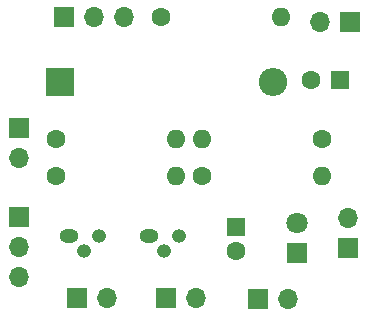
<source format=gbr>
%TF.GenerationSoftware,KiCad,Pcbnew,(5.1.7)-1*%
%TF.CreationDate,2020-10-22T11:01:39-05:00*%
%TF.ProjectId,Fuzz,46757a7a-2e6b-4696-9361-645f70636258,rev?*%
%TF.SameCoordinates,Original*%
%TF.FileFunction,Soldermask,Bot*%
%TF.FilePolarity,Negative*%
%FSLAX46Y46*%
G04 Gerber Fmt 4.6, Leading zero omitted, Abs format (unit mm)*
G04 Created by KiCad (PCBNEW (5.1.7)-1) date 2020-10-22 11:01:39*
%MOMM*%
%LPD*%
G01*
G04 APERTURE LIST*
%ADD10O,1.700000X1.700000*%
%ADD11R,1.700000X1.700000*%
%ADD12R,1.600000X1.600000*%
%ADD13C,1.600000*%
%ADD14R,2.400000X2.400000*%
%ADD15O,2.400000X2.400000*%
%ADD16R,1.800000X1.800000*%
%ADD17C,1.800000*%
%ADD18O,1.200000X1.200000*%
%ADD19O,1.600000X1.200000*%
%ADD20O,1.600000X1.600000*%
G04 APERTURE END LIST*
D10*
%TO.C,SW2*%
X138684000Y-108864400D03*
D11*
X136144000Y-108864400D03*
%TD*%
D10*
%TO.C,BT1*%
X123698000Y-97028000D03*
D11*
X123698000Y-94488000D03*
%TD*%
D12*
%TO.C,C1*%
X142113000Y-102870000D03*
D13*
X142113000Y-104870000D03*
%TD*%
D12*
%TO.C,C2*%
X150926800Y-90373200D03*
D13*
X148426800Y-90373200D03*
%TD*%
D14*
%TO.C,C3*%
X127205001Y-90555001D03*
D15*
X145205001Y-90555001D03*
%TD*%
D16*
%TO.C,D1*%
X147269200Y-105054400D03*
D17*
X147269200Y-102514400D03*
%TD*%
D10*
%TO.C,J1*%
X123698000Y-107061000D03*
X123698000Y-104521000D03*
D11*
X123698000Y-101981000D03*
%TD*%
%TO.C,J2*%
X151536400Y-104648000D03*
D10*
X151536400Y-102108000D03*
%TD*%
D11*
%TO.C,Pot1*%
X127508000Y-85090000D03*
D10*
X130048000Y-85090000D03*
X132588000Y-85090000D03*
%TD*%
%TO.C,Pot2*%
X149225000Y-85471000D03*
D11*
X151765000Y-85471000D03*
%TD*%
D18*
%TO.C,Q1*%
X130505200Y-103632000D03*
X129235200Y-104902000D03*
D19*
X127965200Y-103632000D03*
%TD*%
%TO.C,Q2*%
X134721600Y-103632000D03*
D18*
X135991600Y-104902000D03*
X137261600Y-103632000D03*
%TD*%
D20*
%TO.C,R1*%
X136972040Y-95379540D03*
D13*
X126812040Y-95379540D03*
%TD*%
%TO.C,R2*%
X126805001Y-98501200D03*
D20*
X136965001Y-98501200D03*
%TD*%
D13*
%TO.C,R3*%
X149352000Y-95402400D03*
D20*
X139192000Y-95402400D03*
%TD*%
D13*
%TO.C,R4*%
X135763000Y-85090000D03*
D20*
X145923000Y-85090000D03*
%TD*%
%TO.C,R5*%
X149352000Y-98501200D03*
D13*
X139192000Y-98501200D03*
%TD*%
D11*
%TO.C,SW1*%
X128625600Y-108813600D03*
D10*
X131165600Y-108813600D03*
%TD*%
D11*
%TO.C,SW3*%
X143916400Y-108966000D03*
D10*
X146456400Y-108966000D03*
%TD*%
M02*

</source>
